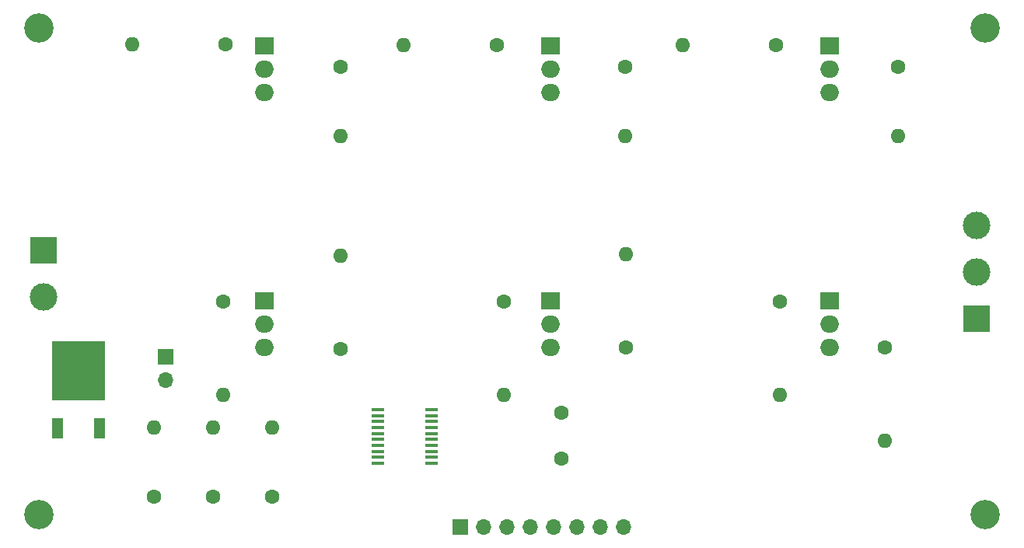
<source format=gbr>
%TF.GenerationSoftware,KiCad,Pcbnew,8.0.1*%
%TF.CreationDate,2024-05-23T13:32:17+02:00*%
%TF.ProjectId,BLDCdrv,424c4443-6472-4762-9e6b-696361645f70,2*%
%TF.SameCoordinates,PXb71b000PY69618a0*%
%TF.FileFunction,Soldermask,Top*%
%TF.FilePolarity,Negative*%
%FSLAX46Y46*%
G04 Gerber Fmt 4.6, Leading zero omitted, Abs format (unit mm)*
G04 Created by KiCad (PCBNEW 8.0.1) date 2024-05-23 13:32:17*
%MOMM*%
%LPD*%
G01*
G04 APERTURE LIST*
%ADD10C,1.600000*%
%ADD11O,1.600000X1.600000*%
%ADD12R,1.200000X2.200000*%
%ADD13R,5.800000X6.400000*%
%ADD14R,3.000000X3.000000*%
%ADD15C,3.000000*%
%ADD16C,3.200000*%
%ADD17R,2.000000X1.905000*%
%ADD18O,2.000000X1.905000*%
%ADD19R,1.475000X0.450000*%
%ADD20R,1.700000X1.700000*%
%ADD21O,1.700000X1.700000*%
G04 APERTURE END LIST*
D10*
%TO.C,R1*%
X-81620000Y39500000D03*
D11*
X-91780000Y39500000D03*
%TD*%
D10*
%TO.C,C7*%
X-76500000Y-9750000D03*
D11*
X-76500000Y-2250000D03*
%TD*%
D10*
%TO.C,R8*%
X-21220000Y11500000D03*
D11*
X-21220000Y1340000D03*
%TD*%
D12*
%TO.C,U1*%
X-99880000Y-2300000D03*
D13*
X-97600000Y4000000D03*
D12*
X-95320000Y-2300000D03*
%TD*%
D14*
%TO.C,J3*%
X200000Y9620000D03*
D15*
X200000Y14700000D03*
X200000Y19780000D03*
%TD*%
D16*
%TO.C,REF\u002A\u002A*%
X-101900000Y-11700000D03*
%TD*%
D10*
%TO.C,C3*%
X-38050000Y37050000D03*
D11*
X-38050000Y29550000D03*
%TD*%
D10*
%TO.C,R7*%
X-21620000Y39400000D03*
D11*
X-31780000Y39400000D03*
%TD*%
D16*
%TO.C,REF\u002A\u002A*%
X-101900000Y41300000D03*
%TD*%
D10*
%TO.C,R3*%
X-69100000Y6320000D03*
D11*
X-69100000Y16480000D03*
%TD*%
D10*
%TO.C,C6*%
X-82950000Y-9750000D03*
D11*
X-82950000Y-2250000D03*
%TD*%
D10*
%TO.C,R6*%
X-38000000Y6520000D03*
D11*
X-38000000Y16680000D03*
%TD*%
D10*
%TO.C,R4*%
X-52020000Y39400000D03*
D11*
X-62180000Y39400000D03*
%TD*%
D17*
%TO.C,Q4*%
X-46245000Y11540000D03*
D18*
X-46245000Y9000000D03*
X-46245000Y6460000D03*
%TD*%
D14*
%TO.C,J1*%
X-101400000Y17040000D03*
D15*
X-101400000Y11960000D03*
%TD*%
D19*
%TO.C,IC1*%
X-59162000Y-6125000D03*
X-59162000Y-5475000D03*
X-59162000Y-4825000D03*
X-59162000Y-4175000D03*
X-59162000Y-3525000D03*
X-59162000Y-2875000D03*
X-59162000Y-2225000D03*
X-59162000Y-1575000D03*
X-59162000Y-925000D03*
X-59162000Y-275000D03*
X-65038000Y-275000D03*
X-65038000Y-925000D03*
X-65038000Y-1575000D03*
X-65038000Y-2225000D03*
X-65038000Y-2875000D03*
X-65038000Y-3525000D03*
X-65038000Y-4175000D03*
X-65038000Y-4825000D03*
X-65038000Y-5475000D03*
X-65038000Y-6125000D03*
%TD*%
D17*
%TO.C,Q2*%
X-77375000Y11540000D03*
D18*
X-77375000Y9000000D03*
X-77375000Y6460000D03*
%TD*%
D17*
%TO.C,Q6*%
X-15780000Y11540000D03*
D18*
X-15780000Y9000000D03*
X-15780000Y6460000D03*
%TD*%
D10*
%TO.C,C2*%
X-69100000Y37050000D03*
D11*
X-69100000Y29550000D03*
%TD*%
D17*
%TO.C,Q5*%
X-15780000Y39380000D03*
D18*
X-15780000Y36840000D03*
X-15780000Y34300000D03*
%TD*%
D10*
%TO.C,C4*%
X-8400000Y37050000D03*
D11*
X-8400000Y29550000D03*
%TD*%
D10*
%TO.C,C1*%
X-45000000Y-5600000D03*
X-45000000Y-600000D03*
%TD*%
D17*
%TO.C,Q1*%
X-77375000Y39380000D03*
D18*
X-77375000Y36840000D03*
X-77375000Y34300000D03*
%TD*%
D20*
%TO.C,JP1*%
X-88100000Y5475000D03*
D21*
X-88100000Y2935000D03*
%TD*%
D10*
%TO.C,R9*%
X-9800000Y6480000D03*
D11*
X-9800000Y-3680000D03*
%TD*%
D17*
%TO.C,Q3*%
X-46245000Y39380000D03*
D18*
X-46245000Y36840000D03*
X-46245000Y34300000D03*
%TD*%
D10*
%TO.C,R2*%
X-81820000Y11500000D03*
D11*
X-81820000Y1340000D03*
%TD*%
D10*
%TO.C,R5*%
X-51320000Y11500000D03*
D11*
X-51320000Y1340000D03*
%TD*%
D10*
%TO.C,C5*%
X-89400000Y-9750000D03*
D11*
X-89400000Y-2250000D03*
%TD*%
D16*
%TO.C,REF\u002A\u002A*%
X1100000Y-11700000D03*
%TD*%
D20*
%TO.C,J2*%
X-56075000Y-13075000D03*
D21*
X-53535000Y-13075000D03*
X-50995000Y-13075000D03*
X-48455000Y-13075000D03*
X-45915000Y-13075000D03*
X-43375000Y-13075000D03*
X-40835000Y-13075000D03*
X-38295000Y-13075000D03*
%TD*%
D16*
%TO.C,REF\u002A\u002A*%
X1100000Y41300000D03*
%TD*%
M02*

</source>
